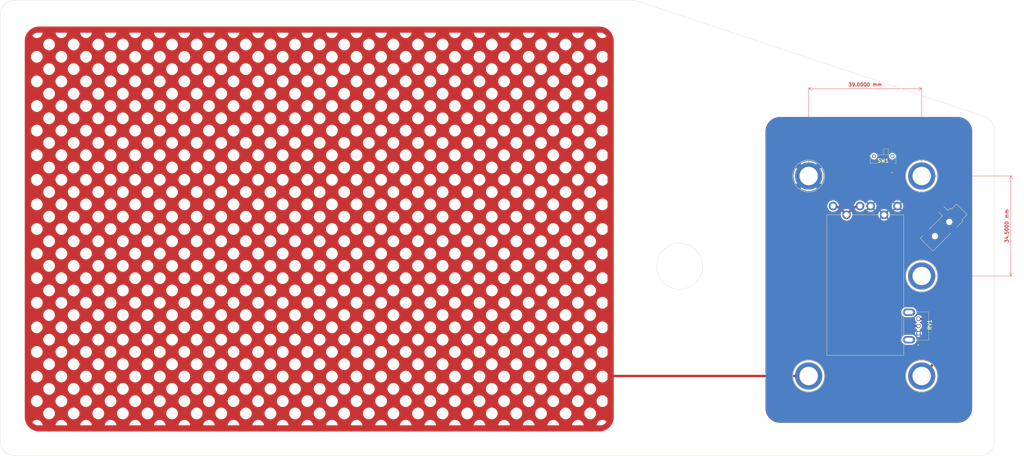
<source format=kicad_pcb>
(kicad_pcb (version 20221018) (generator pcbnew)
  (layers (0 "F.Cu" signal) (31 "B.Cu" signal) (34 "B.Paste" user) (35 "F.Paste" user) (36 "B.SilkS" user "B.Silkscreen") (37 "F.SilkS" user "F.Silkscreen") (38 "B.Mask" user) (39 "F.Mask" user) (44 "Edge.Cuts" user))
  (net 0 "")
  (net 1 "GND")
  (net 2 "Net-(H3-Pad1)")
  (net 3 "Net-(J3-PadR)")
  (net 4 "/VOL_ANT")
  (net 5 "/PITCH_ANT")
  (net 6 "Net-(SW1-A)")
  (net 8 "Net-(BT1-+)")
  (footprint "Theremin:SMTSO-M4" (layer "F.Cu") (at 252.248169 128.873408 -90)
    (fp_text reference "H3" hide)
    (fp_text value "LINE_OUT")
    (pad "1" thru_hole circle (at 0 0 270) (size 9.37 9.37) (drill 6.35) (layers "*.Cu" "*.Mask") (net 2 "Net-(H3-Pad1)") (clearance 0.75) (thermal_bridge_width 2))
  )
  (footprint "Theremin:SMTSO-M4" (layer "F.Cu") (at 213.24817 59.873409 -90)
    (fp_text reference "H1" hide)
    (fp_text value "VSS")
    (pad "1" thru_hole circle (at 0 0 270) (size 9.37 9.37) (drill 6.35) (layers "*.Cu" "*.Mask") (net 1 "GND") (clearance 0.75) (thermal_bridge_width 2))
  )
  (footprint "Theremin:TopBoardModels" (layer "F.Cu") (at 213.24817 59.873409 -90)
    (fp_text reference "REF**" hide)
    (fp_text value "TopBoardModels" hide)
    (fp_circle (center 0 -39) (end 5.5 -39) (stroke (width 0.12)) (fill none) (layer "F.SilkS"))
    (fp_circle (center 0 0) (end 5.5 0) (stroke (width 0.12)) (fill none) (layer "F.SilkS"))
    (fp_circle (center 34.5 -39) (end 40 -39) (stroke (width 0.12)) (fill none) (layer "F.SilkS"))
    (fp_circle (center 69 -39) (end 74.5 -39) (stroke (width 0.12)) (fill none) (layer "F.SilkS"))
    (fp_circle (center 69 0) (end 74.5 0) (stroke (width 0.12)) (fill none) (layer "F.SilkS"))
  )
  (footprint "Theremin:SMTSO-M4" (layer "F.Cu") (at 252.248168 94.373406 -90)
    (fp_text reference "H5" hide)
    (fp_text value "PITCH_ANT")
    (pad "1" thru_hole circle (at 0 0 270) (size 9.37 9.37) (drill 6.35) (layers "*.Cu" "*.Mask") (net 5 "/PITCH_ANT") (clearance 0.75) (thermal_bridge_width 2))
  )
  (footprint "Theremin:SMTSO-M4" (layer "F.Cu") (at 213.248168 128.873409 -90)
    (fp_text reference "H4" hide)
    (fp_text value "VOL_ANT")
    (pad "1" thru_hole circle (at 0 0 270) (size 9.37 9.37) (drill 6.35) (layers "*.Cu" "*.Mask") (net 4 "/VOL_ANT") (clearance 0.75) (thermal_bridge_width 2))
  )
  (footprint "Theremin:CSS1210TB" (layer "F.Cu") (at 238.948167 53.6375 180)
    (fp_text reference "SW1" (at 0 -0.963) (layer "F.SilkS") (effects (font (size 1.27 1.27) (thickness 0.254))))
    (fp_text value "SW_SPDT" hide)
    (fp_line (start -4.425 -1.875) (end -4.425 1.125) (stroke (width 0.1)) (layer "F.SilkS"))
    (fp_line (start -4.425 1.125) (end -4 1.125) (stroke (width 0.1)) (layer "F.SilkS"))
    (fp_line (start -4 -1.875) (end -4.425 -1.875) (stroke (width 0.1)) (layer "F.SilkS"))
    (fp_line (start -3.1 -5) (end -3.1 -5) (stroke (width 0.2)) (layer "F.SilkS"))
    (fp_line (start -3 -5) (end -3 -5) (stroke (width 0.2)) (layer "F.SilkS"))
    (fp_line (start -2 1.125) (end 2 1.125) (stroke (width 0.1)) (layer "F.SilkS"))
    (fp_line (start -1.75 1.125) (end -1.75 3.125) (stroke (width 0.1)) (layer "F.SilkS"))
    (fp_line (start -1.75 3.125) (end -0.25 3.125) (stroke (width 0.1)) (layer "F.SilkS"))
    (fp_line (start -0.25 3.125) (end -0.25 1.125) (stroke (width 0.1)) (layer "F.SilkS"))
    (fp_line (start 2 -1.875) (end 4.425 -1.875) (stroke (width 0.1)) (layer "F.SilkS"))
    (fp_line (start 4.425 -1.875) (end 4.425 1.125) (stroke (width 0.1)) (layer "F.SilkS"))
    (fp_line (start 4.425 1.125) (end 4 1.125) (stroke (width 0.1)) (layer "F.SilkS"))
    (fp_arc (start -3.1 -5) (mid -3.05 -5.05) (end -3 -5) (stroke (width 0.2)) (layer "F.SilkS"))
    (fp_arc (start -3 -5) (mid -3.05 -4.95) (end -3.1 -5) (stroke (width 0.2)) (layer "F.SilkS"))
    (pad "" thru_hole circle (at -3.15 0.625 180) (size 1.381 1.381) (drill 0.85) (layers "*.Cu" "*.Mask"))
    (pad "" thru_hole circle (at 3.15 0.625 180) (size 1.381 1.381) (drill 0.85) (layers "*.Cu" "*.Mask"))
    (pad "1" smd rect (at -3 -3.125 180) (size 1 2.5) (layers "F.Cu" "F.Paste" "F.Mask") (net 6 "Net-(SW1-A)"))
    (pad "2" smd rect (at -1 -3.125 180) (size 1 2.5) (layers "F.Cu" "F.Paste" "F.Mask") (net 8 "Net-(BT1-+)"))
    (pad "3" smd rect (at 1 -3.125 180) (size 1 2.5) (layers "F.Cu" "F.Paste" "F.Mask"))
  )
  (footprint "Theremin:SMTSO-M4" (layer "F.Cu") (at 252.248171 59.873409 -90)
    (fp_text reference "H2" hide)
    (fp_text value "VDD")
    (pad "1" thru_hole circle (at 0 0 270) (size 9.37 9.37) (drill 6.35) (layers "*.Cu" "*.Mask") (net 6 "Net-(SW1-A)") (clearance 0.75) (thermal_bridge_width 2))
  )
  (footprint "Theremin:PTV09A3015FB103" (layer "F.Cu") (at 251.14 111.623408 90)
    (fp_text reference "RV1" (at 0.391591 3.908169 90) (layer "F.SilkS") (effects (font (size 1.27 1.27) (thickness 0.254))))
    (fp_text value "R_Potentiometer_US" hide)
    (fp_line (start -6.7 -0.1) (end -6.7 -0.1) (stroke (width 0.2)) (layer "F.SilkS"))
    (fp_line (start -6.5 -0.1) (end -6.5 -0.1) (stroke (width 0.2)) (layer "F.SilkS"))
    (fp_line (start -4.85 -0.6) (end -4.85 3.5) (stroke (width 0.1)) (layer "F.SilkS"))
    (fp_line (start -4.85 3.5) (end 4.5 3.5) (stroke (width 0.1)) (layer "F.SilkS"))
    (fp_line (start -4.5 -5.7) (end 4.5 -5.7) (stroke (width 0.1)) (layer "F.SilkS"))
    (fp_line (start 4.5 3.5) (end 4.85 3.5) (stroke (width 0.1)) (layer "F.SilkS"))
    (fp_line (start 4.85 3.5) (end 4.85 -0.6) (stroke (width 0.1)) (layer "F.SilkS"))
    (fp_arc (start -6.7 -0.1) (mid -6.6 -0.2) (end -6.5 -0.1) (stroke (width 0.2)) (layer "F.SilkS"))
    (fp_arc (start -6.5 -0.1) (mid -6.6 0) (end -6.7 -0.1) (stroke (width 0.2)) (layer "F.SilkS"))
    (pad "" thru_hole oval (at -4.75 -3.3 90) (size 2.5 4.3) (drill oval 1.4 2.84) (layers "*.Cu" "*.Mask"))
    (pad "" thru_hole oval (at 4.75 -3.3 90) (size 2.5 4.3) (drill oval 1.4 2.84) (layers "*.Cu" "*.Mask"))
    (pad "1" thru_hole circle (at -2.5 0 90) (size 1.5 1.5) (drill 1) (layers "*.Cu" "*.Mask") (net 1 "GND"))
    (pad "2" thru_hole circle (at 0 0 90) (size 1.5 1.5) (drill 1) (layers "*.Cu" "*.Mask") (net 3 "Net-(J3-PadR)"))
    (pad "3" thru_hole circle (at 2.5 0 90) (size 1.5 1.5) (drill 1) (layers "*.Cu" "*.Mask") (net 2 "Net-(H3-Pad1)"))
  )
  (footprint "Connector_Audio:Jack_3.5mm_CUI_SJ-3523-SMT_Horizontal" (layer "F.Cu") (at 260 77.465 -45)
    (fp_text reference "J3" hide)
    (fp_text value "AudioJack3")
    (fp_line (start -3.1 -6.1) (end -2.6 -6.1) (stroke (width 0.12)) (layer "F.SilkS"))
    (fp_line (start -3.1 -4.9) (end -5.1 -4.9) (stroke (width 0.12)) (layer "F.SilkS"))
    (fp_line (start -3.1 -4.9) (end -3.1 -6.1) (stroke (width 0.12)) (layer "F.SilkS"))
    (fp_line (start -3.1 -2.3) (end -5.1 -2.3) (stroke (width 0.12)) (layer "F.SilkS"))
    (fp_line (start -3.1 4.2) (end -3.1 -2.3) (stroke (width 0.12)) (layer "F.SilkS"))
    (fp_line (start -3.1 8.6) (end -3.1 7.4) (stroke (width 0.12)) (layer "F.SilkS"))
    (fp_line (start -2.6 -8.6) (end 2.6 -8.6) (stroke (width 0.12)) (layer "F.SilkS"))
    (fp_line (start -2.6 -6.1) (end -2.6 -8.6) (stroke (width 0.12)) (layer "F.SilkS"))
    (fp_line (start 2.6 -8.6) (end 2.6 -6.1) (stroke (width 0.12)) (layer "F.SilkS"))
    (fp_line (start 2.6 -6.1) (end 3.1 -6.1) (stroke (width 0.12)) (layer "F.SilkS"))
    (fp_line (start 3.1 -6.1) (end 3.1 -2.9) (stroke (width 0.12)) (layer "F.SilkS"))
    (fp_line (start 3.1 -0.3) (end 3.1 8.6) (stroke (width 0.12)) (layer "F.SilkS"))
    (fp_line (start 3.1 8.6) (end -3.1 8.6) (stroke (width 0.12)) (layer "F.SilkS"))
    (pad "" np_thru_hole circle (at 0 -2.5 315) (size 1.7 1.7) (drill 1.7) (layers "*.Cu" "*.Mask"))
    (pad "" np_thru_hole circle (at 0 4.5 315) (size 1.7 1.7) (drill 1.7) (layers "*.Cu" "*.Mask"))
    (pad "R" smd rect (at 3.7 -1.6 315) (size 2.8 2.2) (layers "F.Cu" "F.Paste" "F.Mask") (net 3 "Net-(J3-PadR)"))
    (pad "S" smd rect (at -3.7 -3.6 315) (size 2.8 2.2) (layers "F.Cu" "F.Paste" "F.Mask") (net 1 "GND"))
    (pad "T" smd rect (at -3.7 5.8 315) (size 2.8 2.8) (layers "F.Cu" "F.Paste" "F.Mask") (net 3 "Net-(J3-PadR)"))
  )
  (footprint "Theremin:9V_Bat" (layer "F.Cu") (at 232.79 97.39)
    (fp_text reference "BT1" hide)
    (fp_text value "Battery_Cell" hide)
    (fp_line (start -13.25 -24.13) (end -13.25 24.37) (stroke (width 0.12)) (layer "F.SilkS"))
    (fp_line (start -13.25 -24.13) (end 13.25 -24.13) (stroke (width 0.12)) (layer "F.SilkS"))
    (fp_line (start -6.475 -22.03) (end -6.475 -24.13) (stroke (width 0.12)) (layer "F.SilkS"))
    (fp_line (start 6.475 -24.13) (end 6.475 -22.03) (stroke (width 0.12)) (layer "F.SilkS"))
    (fp_line (start 13.25 24.37) (end -13.25 24.37) (stroke (width 0.12)) (layer "F.SilkS"))
    (fp_line (start 13.25 24.37) (end 13.25 -24.13) (stroke (width 0.12)) (layer "F.SilkS"))
    (pad "1" thru_hole circle (at -11.11 -27.14 180) (size 3 3) (drill 1.77) (layers "*.Cu" "*.Mask") (net 8 "Net-(BT1-+)"))
    (pad "1" thru_hole circle (at -6.475 -24.14 180) (size 3 3) (drill 1.77) (layers "*.Cu" "*.Mask") (net 8 "Net-(BT1-+)"))
    (pad "1" thru_hole circle (at -1.84 -27.14 180) (size 3 3) (drill 1.77) (layers "*.Cu" "*.Mask") (net 8 "Net-(BT1-+)"))
    (pad "2" thru_hole circle (at 1.84 -27.14 180) (size 3 3) (drill 1.77) (layers "*.Cu" "*.Mask") (net 1 "GND"))
    (pad "2" thru_hole circle (at 6.475 -24.14 180) (size 3 3) (drill 1.77) (layers "*.Cu" "*.Mask") (net 1 "GND"))
    (pad "2" thru_hole circle (at 11.11 -27.14 180) (size 3 3) (drill 1.77) (layers "*.Cu" "*.Mask") (net 1 "GND"))
  )
  (gr_line (start 272.295486 156.365) (end -60.695486 156.365) (stroke (width 0.1)) (layer "Edge.Cuts"))
  (gr_circle (center 168.75 91) (end 176.6875 91) (stroke (width 0.1)) (fill none) (layer "Edge.Cuts"))
  (gr_arc (start 273.874956 39.36116) (mid 276.351183 41.180868) (end 277.295486 44.105133) (stroke (width 0.1)) (layer "Edge.Cuts"))
  (gr_line (start -65.695486 151.365) (end -65.695486 4.2) (stroke (width 0.1)) (layer "Edge.Cuts"))
  (gr_arc (start -60.695486 156.365) (mid -64.23102 154.900534) (end -65.695486 151.365) (stroke (width 0.1)) (layer "Edge.Cuts"))
  (gr_line (start -60.695486 -0.8) (end 152.439515 -0.8) (stroke (width 0.1)) (layer "Edge.Cuts"))
  (gr_arc (start -65.695486 4.2) (mid -64.23102 0.664466) (end -60.695486 -0.8) (stroke (width 0.1)) (layer "Edge.Cuts"))
  (gr_line (start 277.295486 44.105133) (end 277.295486 151.365) (stroke (width 0.1)) (layer "Edge.Cuts"))
  (gr_arc (start 277.295486 151.365) (mid 275.831019 154.900529) (end 272.295486 156.365) (stroke (width 0.1)) (layer "Edge.Cuts"))
  (gr_arc (start 152.439515 -0.8) (mid 153.239557 -0.735577) (end 154.018984 -0.543972) (stroke (width 0.1)) (layer "Edge.Cuts"))
  (gr_line (start 273.874956 39.36116) (end 154.018984 -0.543972) (stroke (width 0.1)) (layer "Edge.Cuts"))
  (dimension (type aligned) (layer "F.Cu") (pts (xy 252.248171 59.873409) (xy 213.24817 59.873409)) (height 30.123409) (gr_text "39.0000 mm" (at 232.748171 28.35) (layer "F.Cu") (effects (font (size 1.2 1.2) (thickness 0.2)))) (format (prefix "") (suffix "") (units 3) (units_format 1) (precision 4)) (style (thickness 0.1) (arrow_length 1.27) (text_position_mode 0) (extension_height 0.58642) (extension_offset 0.5) keep_text_aligned))
  (dimension (type aligned) (layer "F.Cu") (pts (xy 252.248171 59.873409) (xy 252.248171 94.373406)) (height -30.751829) (gr_text "34.5000 mm" (at 281.6 77.123407 90) (layer "F.Cu") (effects (font (size 1.2 1.2) (thickness 0.2)))) (format (prefix "") (suffix "") (units 3) (units_format 1) (precision 4)) (style (thickness 0.1) (arrow_length 1.27) (text_position_mode 0) (extension_height 0.58642) (extension_offset 0.5) keep_text_aligned))
  (segment (start 252.248169 128.873408) (end 254.939158 126.182419) (width 0.8) (layer "F.Cu") (net 2))
  (segment (start 257.5 120) (end 257.5 117.74264) (width 0.8) (layer "F.Cu") (net 2))
  (segment (start 251.176613 109.123408) (end 251.14 109.123408) (width 0.8) (layer "F.Cu") (net 2))
  (arc (start 254.5 110.5) (mid 252.975217 109.481173) (end 251.176613 109.123408) (width 0.8) (layer "F.Cu") (net 2))
  (arc (start 254.939158 126.182419) (mid 256.834459 123.345901) (end 257.5 120) (width 0.8) (layer "F.Cu") (net 2))
  (arc (start 257.5 117.74264) (mid 256.720326 113.822951) (end 254.5 110.5) (width 0.8) (layer "F.Cu") (net 2))
  (segment (start 241 91.949747) (end 241 101.75736) (width 0.8) (layer "F.Cu") (net 3))
  (segment (start 253.282486 78.949924) (end 263.747666 78.949924) (width 0.8) (layer "F.Cu") (net 3))
  (segment (start 250.333467 111.623408) (end 251.14 111.623408) (width 0.8) (layer "F.Cu") (net 3))
  (segment (start 246.05731 81.94269) (end 244.5 83.5) (width 0.8) (layer "F.Cu") (net 3))
  (arc (start 244 109) (mid 246.905819 110.941606) (end 250.333467 111.623408) (width 0.8) (layer "F.Cu") (net 3))
  (arc (start 253.282486 78.949924) (mid 249.372249 79.727719) (end 246.05731 81.94269) (width 0.8) (layer "F.Cu") (net 3))
  (arc (start 244.5 83.5) (mid 241.90962 87.376777) (end 241 91.949747) (width 0.8) (layer "F.Cu") (net 3))
  (arc (start 241 101.75736) (mid 241.779674 105.677049) (end 244 109) (width 0.8) (layer "F.Cu") (net 3))
  (segment (start 213.248168 128.873409) (end 145.239807 128.873409) (width 0.8) (layer "F.Cu") (net 4))
  (arc (start 145.239807 128.873409) (mid 145.239084 128.873265) (end 145.23847 128.872855) (width 0.8) (layer "F.Cu") (net 4))
  (segment (start 228.158881 71.40612) (end 226.315 73.25) (width 0.8) (layer "F.Cu") (net 8))
  (segment (start 224.471119 71.40612) (end 226.315 73.25) (width 0.8) (layer "F.Cu") (net 8))
  (arc (start 221.68 70.25) (mid 223.190543 70.550466) (end 224.471119 71.40612) (width 0.8) (layer "F.Cu") (net 8))
  (arc (start 230.95 70.25) (mid 229.439457 70.550466) (end 228.158881 71.40612) (width 0.8) (layer "F.Cu") (net 8))
  (zone (net 4) (net_name "/VOL_ANT") (layer "F.Cu") (connect_pads (clearance 0.508)) (min_thickness 0.254) (fill yes (mode hatch) (thermal_gap 0.508) (thermal_bridge_width 0.508) (smoothing fillet) (radius 5) (island_removal_mode 2) (island_area_min 10) (hatch_thickness 2) (hatch_gap 4) (hatch_orientation 45) (hatch_smoothing_level 3) (hatch_smoothing_value 1) (hatch_border_algorithm hatch_thickness) (hatch_min_hole_area 0.3))
    (polygon (pts (xy -57.2 148) (xy -57.2 8.3) (xy 146 8.3) (xy 146 148)))
  )
  (zone (net 1) (net_name "GND") (layer "F.Cu") (connect_pads (clearance 0.508)) (min_thickness 0.254) (fill yes (thermal_gap 0.508) (thermal_bridge_width 0.508) (smoothing fillet) (radius 5) (island_removal_mode 2) (island_area_min 10))
    (polygon (pts (xy 198.35 145) (xy 269.632827 145) (xy 269.632827 39.5) (xy 198.35 39.5)))
  )
  (zone (net 1) (net_name "GND") (layer "B.Cu") (connect_pads (clearance 0.508)) (min_thickness 0.254) (fill yes (thermal_gap 0.508) (thermal_bridge_width 0.508) (smoothing fillet) (radius 5) (island_removal_mode 2) (island_area_min 10))
    (polygon (pts (xy 198.45 145) (xy 269.65 145) (xy 269.65 39.5) (xy 198.45 39.5)))
  )
)
</source>
